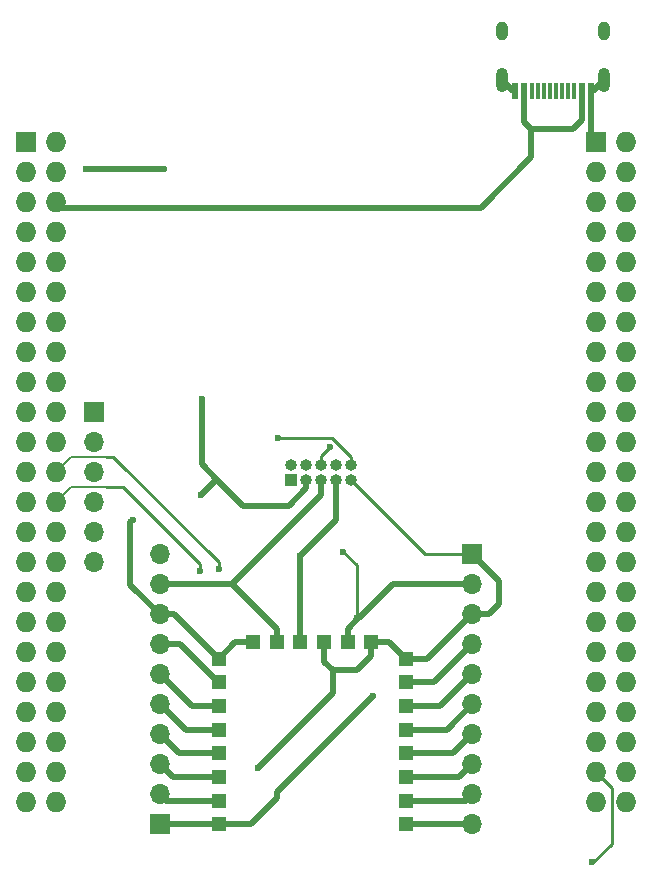
<source format=gbr>
%TF.GenerationSoftware,KiCad,Pcbnew,(5.1.7-0-10_14)*%
%TF.CreationDate,2020-11-18T23:57:46+08:00*%
%TF.ProjectId,bbb_zs3l,6262625f-7a73-4336-9c2e-6b696361645f,rev?*%
%TF.SameCoordinates,Original*%
%TF.FileFunction,Copper,L2,Bot*%
%TF.FilePolarity,Positive*%
%FSLAX46Y46*%
G04 Gerber Fmt 4.6, Leading zero omitted, Abs format (unit mm)*
G04 Created by KiCad (PCBNEW (5.1.7-0-10_14)) date 2020-11-18 23:57:46*
%MOMM*%
%LPD*%
G01*
G04 APERTURE LIST*
%TA.AperFunction,SMDPad,CuDef*%
%ADD10R,0.600000X1.450000*%
%TD*%
%TA.AperFunction,SMDPad,CuDef*%
%ADD11R,0.300000X1.450000*%
%TD*%
%TA.AperFunction,ComponentPad*%
%ADD12O,1.000000X2.100000*%
%TD*%
%TA.AperFunction,ComponentPad*%
%ADD13O,1.000000X1.600000*%
%TD*%
%TA.AperFunction,ComponentPad*%
%ADD14O,1.700000X1.700000*%
%TD*%
%TA.AperFunction,ComponentPad*%
%ADD15R,1.700000X1.700000*%
%TD*%
%TA.AperFunction,ComponentPad*%
%ADD16R,1.727200X1.727200*%
%TD*%
%TA.AperFunction,ComponentPad*%
%ADD17O,1.727200X1.727200*%
%TD*%
%TA.AperFunction,SMDPad,CuDef*%
%ADD18R,1.270000X1.199998*%
%TD*%
%TA.AperFunction,SMDPad,CuDef*%
%ADD19R,1.199998X1.270000*%
%TD*%
%TA.AperFunction,ComponentPad*%
%ADD20O,1.000000X1.000000*%
%TD*%
%TA.AperFunction,ComponentPad*%
%ADD21R,1.000000X1.000000*%
%TD*%
%TA.AperFunction,ViaPad*%
%ADD22C,0.600000*%
%TD*%
%TA.AperFunction,Conductor*%
%ADD23C,0.508000*%
%TD*%
%TA.AperFunction,Conductor*%
%ADD24C,0.254000*%
%TD*%
%TA.AperFunction,Conductor*%
%ADD25C,0.200000*%
%TD*%
G04 APERTURE END LIST*
D10*
%TO.P,J3,B1*%
%TO.N,GND*%
X164260100Y-58077400D03*
%TO.P,J3,A9*%
%TO.N,+5V*%
X163460100Y-58077400D03*
%TO.P,J3,B9*%
X158560100Y-58077400D03*
%TO.P,J3,B12*%
%TO.N,GND*%
X157760100Y-58077400D03*
%TO.P,J3,A1*%
X157760100Y-58077400D03*
%TO.P,J3,A4*%
%TO.N,+5V*%
X158560100Y-58077400D03*
%TO.P,J3,B4*%
X163460100Y-58077400D03*
%TO.P,J3,A12*%
%TO.N,GND*%
X164260100Y-58077400D03*
D11*
%TO.P,J3,B8*%
%TO.N,Net-(J3-PadB8)*%
X159260100Y-58077400D03*
%TO.P,J3,A5*%
%TO.N,Net-(J3-PadA5)*%
X159760100Y-58077400D03*
%TO.P,J3,B7*%
%TO.N,Net-(J3-PadB7)*%
X160260100Y-58077400D03*
%TO.P,J3,A7*%
%TO.N,Net-(J3-PadA7)*%
X161260100Y-58077400D03*
%TO.P,J3,B6*%
%TO.N,Net-(J3-PadB6)*%
X161760100Y-58077400D03*
%TO.P,J3,A8*%
%TO.N,Net-(J3-PadA8)*%
X162260100Y-58077400D03*
%TO.P,J3,B5*%
%TO.N,Net-(J3-PadB5)*%
X162760100Y-58077400D03*
%TO.P,J3,A6*%
%TO.N,Net-(J3-PadA6)*%
X160760100Y-58077400D03*
D12*
%TO.P,J3,S1*%
%TO.N,GND*%
X165330100Y-57162400D03*
X156690100Y-57162400D03*
D13*
X156690100Y-52982400D03*
X165330100Y-52982400D03*
%TD*%
D14*
%TO.P,J1,6*%
%TO.N,Net-(J1-Pad6)*%
X122137100Y-97942400D03*
%TO.P,J1,5*%
%TO.N,UART0_TX*%
X122137100Y-95402400D03*
%TO.P,J1,4*%
%TO.N,UART0_RX*%
X122137100Y-92862400D03*
%TO.P,J1,3*%
%TO.N,Net-(J1-Pad3)*%
X122137100Y-90322400D03*
%TO.P,J1,2*%
%TO.N,Net-(J1-Pad2)*%
X122137100Y-87782400D03*
D15*
%TO.P,J1,1*%
%TO.N,GND*%
X122137100Y-85242400D03*
%TD*%
D16*
%TO.P,P8,1*%
%TO.N,GND*%
X164630100Y-62382400D03*
D17*
%TO.P,P8,2*%
X167170100Y-62382400D03*
%TO.P,P8,3*%
%TO.N,MMC1_DAT6*%
X164630100Y-64922400D03*
%TO.P,P8,4*%
%TO.N,MMC1_DAT7*%
X167170100Y-64922400D03*
%TO.P,P8,5*%
%TO.N,MMC1_DAT2*%
X164630100Y-67462400D03*
%TO.P,P8,6*%
%TO.N,MMC1_DAT3*%
X167170100Y-67462400D03*
%TO.P,P8,7*%
%TO.N,GPIO_66*%
X164630100Y-70002400D03*
%TO.P,P8,8*%
%TO.N,GPIO_67*%
X167170100Y-70002400D03*
%TO.P,P8,9*%
%TO.N,GPIO_69*%
X164630100Y-72542400D03*
%TO.P,P8,10*%
%TO.N,GPIO_68*%
X167170100Y-72542400D03*
%TO.P,P8,11*%
%TO.N,GPIO_45*%
X164630100Y-75082400D03*
%TO.P,P8,12*%
%TO.N,GPIO_44*%
X167170100Y-75082400D03*
%TO.P,P8,13*%
%TO.N,EHRPWM2B*%
X164630100Y-77622400D03*
%TO.P,P8,14*%
%TO.N,GPIO_26*%
X167170100Y-77622400D03*
%TO.P,P8,15*%
%TO.N,GPIO_47*%
X164630100Y-80162400D03*
%TO.P,P8,16*%
%TO.N,GPIO_46*%
X167170100Y-80162400D03*
%TO.P,P8,17*%
%TO.N,GPIO_27*%
X164630100Y-82702400D03*
%TO.P,P8,18*%
%TO.N,GPIO_65*%
X167170100Y-82702400D03*
%TO.P,P8,19*%
%TO.N,EHRPWM2A*%
X164630100Y-85242400D03*
%TO.P,P8,20*%
%TO.N,MMC1_CMD*%
X167170100Y-85242400D03*
%TO.P,P8,21*%
%TO.N,MMC1_CLK*%
X164630100Y-87782400D03*
%TO.P,P8,22*%
%TO.N,MMC1_DAT5*%
X167170100Y-87782400D03*
%TO.P,P8,23*%
%TO.N,MMC1_DAT4*%
X164630100Y-90322400D03*
%TO.P,P8,24*%
%TO.N,MMC1_DAT1*%
X167170100Y-90322400D03*
%TO.P,P8,25*%
%TO.N,MMC1_DAT0*%
X164630100Y-92862400D03*
%TO.P,P8,26*%
%TO.N,GPIO_61*%
X167170100Y-92862400D03*
%TO.P,P8,27*%
%TO.N,LCD_VSYNC*%
X164630100Y-95402400D03*
%TO.P,P8,28*%
%TO.N,LCD_PCLK*%
X167170100Y-95402400D03*
%TO.P,P8,29*%
%TO.N,LCD_HSYNC*%
X164630100Y-97942400D03*
%TO.P,P8,30*%
%TO.N,LCD_AC_BIAS*%
X167170100Y-97942400D03*
%TO.P,P8,31*%
%TO.N,LCD_DATA14*%
X164630100Y-100482400D03*
%TO.P,P8,32*%
%TO.N,LCD_DATA15*%
X167170100Y-100482400D03*
%TO.P,P8,33*%
%TO.N,LCD_DATA13*%
X164630100Y-103022400D03*
%TO.P,P8,34*%
%TO.N,LCD_DATA11*%
X167170100Y-103022400D03*
%TO.P,P8,35*%
%TO.N,LCD_DATA12*%
X164630100Y-105562400D03*
%TO.P,P8,36*%
%TO.N,LCD_DATA10*%
X167170100Y-105562400D03*
%TO.P,P8,37*%
%TO.N,LCD_DATA8*%
X164630100Y-108102400D03*
%TO.P,P8,38*%
%TO.N,LCD_DATA9*%
X167170100Y-108102400D03*
%TO.P,P8,39*%
%TO.N,LCD_DATA6*%
X164630100Y-110642400D03*
%TO.P,P8,40*%
%TO.N,LCD_DATA7*%
X167170100Y-110642400D03*
%TO.P,P8,41*%
%TO.N,LCD_DATA4*%
X164630100Y-113182400D03*
%TO.P,P8,42*%
%TO.N,LCD_DATA5*%
X167170100Y-113182400D03*
%TO.P,P8,43*%
%TO.N,LCD_DATA2*%
X164630100Y-115722400D03*
%TO.P,P8,44*%
%TO.N,LCD_DATA3*%
X167170100Y-115722400D03*
%TO.P,P8,45*%
%TO.N,LCD_DATA0*%
X164630100Y-118262400D03*
%TO.P,P8,46*%
%TO.N,LCD_DATA1*%
X167170100Y-118262400D03*
%TD*%
D16*
%TO.P,P9,1*%
%TO.N,GND*%
X116370100Y-62382400D03*
D17*
%TO.P,P9,2*%
X118910100Y-62382400D03*
%TO.P,P9,3*%
%TO.N,+3V3*%
X116370100Y-64922400D03*
%TO.P,P9,4*%
X118910100Y-64922400D03*
%TO.P,P9,5*%
%TO.N,+5V*%
X116370100Y-67462400D03*
%TO.P,P9,6*%
X118910100Y-67462400D03*
%TO.P,P9,7*%
%TO.N,SYS_5V*%
X116370100Y-70002400D03*
%TO.P,P9,8*%
X118910100Y-70002400D03*
%TO.P,P9,9*%
%TO.N,PWR_BUT*%
X116370100Y-72542400D03*
%TO.P,P9,10*%
%TO.N,SYS_RESETN*%
X118910100Y-72542400D03*
%TO.P,P9,11*%
%TO.N,UART4_RXD*%
X116370100Y-75082400D03*
%TO.P,P9,12*%
%TO.N,GPIO_60*%
X118910100Y-75082400D03*
%TO.P,P9,13*%
%TO.N,UART4_TXD*%
X116370100Y-77622400D03*
%TO.P,P9,14*%
%TO.N,EHRPWM1A*%
X118910100Y-77622400D03*
%TO.P,P9,15*%
%TO.N,GPIO_48*%
X116370100Y-80162400D03*
%TO.P,P9,16*%
%TO.N,EHRPWM1B*%
X118910100Y-80162400D03*
%TO.P,P9,17*%
%TO.N,SPI0_CS0*%
X116370100Y-82702400D03*
%TO.P,P9,18*%
%TO.N,SPI0_D1*%
X118910100Y-82702400D03*
%TO.P,P9,19*%
%TO.N,I2C2_SCL*%
X116370100Y-85242400D03*
%TO.P,P9,20*%
%TO.N,I2C2_SDA*%
X118910100Y-85242400D03*
%TO.P,P9,21*%
%TO.N,SPI0_D0*%
X116370100Y-87782400D03*
%TO.P,P9,22*%
%TO.N,SPI0_SCLK*%
X118910100Y-87782400D03*
%TO.P,P9,23*%
%TO.N,GPIO_49*%
X116370100Y-90322400D03*
%TO.P,P9,24*%
%TO.N,UART1_TXD*%
X118910100Y-90322400D03*
%TO.P,P9,25*%
%TO.N,GPIO_117*%
X116370100Y-92862400D03*
%TO.P,P9,26*%
%TO.N,UART1_RXD*%
X118910100Y-92862400D03*
%TO.P,P9,27*%
%TO.N,GPIO_115*%
X116370100Y-95402400D03*
%TO.P,P9,28*%
%TO.N,SPI1_CS0*%
X118910100Y-95402400D03*
%TO.P,P9,29*%
%TO.N,SPI1_D0*%
X116370100Y-97942400D03*
%TO.P,P9,30*%
%TO.N,GPIO_112*%
X118910100Y-97942400D03*
%TO.P,P9,31*%
%TO.N,SPI1_SCLK*%
X116370100Y-100482400D03*
%TO.P,P9,32*%
%TO.N,VDD_ADC*%
X118910100Y-100482400D03*
%TO.P,P9,33*%
%TO.N,AIN4*%
X116370100Y-103022400D03*
%TO.P,P9,34*%
%TO.N,GNDA_ADC*%
X118910100Y-103022400D03*
%TO.P,P9,35*%
%TO.N,AIN6*%
X116370100Y-105562400D03*
%TO.P,P9,36*%
%TO.N,AIN5*%
X118910100Y-105562400D03*
%TO.P,P9,37*%
%TO.N,AIN2*%
X116370100Y-108102400D03*
%TO.P,P9,38*%
%TO.N,AIN3*%
X118910100Y-108102400D03*
%TO.P,P9,39*%
%TO.N,AIN0*%
X116370100Y-110642400D03*
%TO.P,P9,40*%
%TO.N,AIN1*%
X118910100Y-110642400D03*
%TO.P,P9,41*%
%TO.N,GPIO_20*%
X116370100Y-113182400D03*
%TO.P,P9,42*%
%TO.N,ECAPPWM0*%
X118910100Y-113182400D03*
%TO.P,P9,43*%
%TO.N,GND*%
X116370100Y-115722400D03*
%TO.P,P9,44*%
X118910100Y-115722400D03*
%TO.P,P9,45*%
X116370100Y-118262400D03*
%TO.P,P9,46*%
X118910100Y-118262400D03*
%TD*%
D14*
%TO.P,J4,10*%
%TO.N,DBG_SWCLK*%
X127710100Y-97282400D03*
%TO.P,J4,9*%
%TO.N,DBG_SWDIO*%
X127710100Y-99822400D03*
%TO.P,J4,8*%
%TO.N,+3V3*%
X127710100Y-102362400D03*
%TO.P,J4,7*%
%TO.N,/Sheet5FB5E9C3/PA04*%
X127710100Y-104902400D03*
%TO.P,J4,6*%
%TO.N,/Sheet5FB5E9C3/PA03*%
X127710100Y-107442400D03*
%TO.P,J4,5*%
%TO.N,/Sheet5FB5E9C3/PA00*%
X127710100Y-109982400D03*
%TO.P,J4,4*%
%TO.N,/Sheet5FB5E9C3/PC00*%
X127710100Y-112522400D03*
%TO.P,J4,3*%
%TO.N,Net-(J4-Pad3)*%
X127710100Y-115062400D03*
%TO.P,J4,2*%
%TO.N,/Sheet5FB5E9C3/ADC_PC01*%
X127710100Y-117602400D03*
D15*
%TO.P,J4,1*%
%TO.N,RESETn*%
X127710100Y-120142400D03*
%TD*%
D18*
%TO.P,U1,9*%
%TO.N,GND*%
X148530008Y-106172414D03*
%TO.P,U1,10*%
%TO.N,/Sheet5FB5E9C3/PD01*%
X148530008Y-108172410D03*
%TO.P,U1,11*%
%TO.N,/Sheet5FB5E9C3/PD00*%
X148530008Y-110172406D03*
%TO.P,U1,12*%
%TO.N,/Sheet5FB5E9C3/PC02*%
X148530008Y-112172402D03*
%TO.P,U1,13*%
%TO.N,/Sheet5FB5E9C3/PB00*%
X148530008Y-114172398D03*
%TO.P,U1,14*%
%TO.N,/Sheet5FB5E9C3/PB01*%
X148530008Y-116172394D03*
%TO.P,U1,15*%
%TO.N,UART1_TXD*%
X148530008Y-118172390D03*
%TO.P,U1,16*%
%TO.N,UART1_RXD*%
X148530008Y-120172386D03*
%TO.P,U1,8*%
%TO.N,+3V3*%
X132730192Y-106172414D03*
%TO.P,U1,7*%
%TO.N,/Sheet5FB5E9C3/PA04*%
X132730192Y-108172410D03*
%TO.P,U1,5*%
%TO.N,/Sheet5FB5E9C3/PA00*%
X132730192Y-112172402D03*
%TO.P,U1,6*%
%TO.N,/Sheet5FB5E9C3/PA03*%
X132730192Y-110172406D03*
%TO.P,U1,4*%
%TO.N,/Sheet5FB5E9C3/PC00*%
X132730192Y-114172398D03*
%TO.P,U1,3*%
%TO.N,Net-(J4-Pad3)*%
X132730192Y-116172394D03*
%TO.P,U1,2*%
%TO.N,/Sheet5FB5E9C3/ADC_PC01*%
X132730192Y-118172390D03*
%TO.P,U1,1*%
%TO.N,RESETn*%
X132730192Y-120172386D03*
D19*
%TO.P,U1,18*%
%TO.N,DBG_SWDIO*%
X137630106Y-104772366D03*
%TO.P,U1,17*%
%TO.N,+3V3*%
X135630110Y-104772366D03*
%TO.P,U1,19*%
%TO.N,DBG_SWCLK*%
X139630102Y-104772366D03*
%TO.P,U1,20*%
%TO.N,GND*%
X141630098Y-104772366D03*
%TO.P,U1,21*%
%TO.N,RESETn*%
X143630094Y-104772366D03*
%TO.P,U1,22*%
%TO.N,GND*%
X145630090Y-104772366D03*
%TD*%
D14*
%TO.P,J5,10*%
%TO.N,UART1_RXD*%
X154190100Y-120142400D03*
%TO.P,J5,9*%
%TO.N,UART1_TXD*%
X154190100Y-117602400D03*
%TO.P,J5,8*%
%TO.N,/Sheet5FB5E9C3/PB01*%
X154190100Y-115062400D03*
%TO.P,J5,7*%
%TO.N,/Sheet5FB5E9C3/PB00*%
X154190100Y-112522400D03*
%TO.P,J5,6*%
%TO.N,/Sheet5FB5E9C3/PC02*%
X154190100Y-109982400D03*
%TO.P,J5,5*%
%TO.N,/Sheet5FB5E9C3/PD00*%
X154190100Y-107442400D03*
%TO.P,J5,4*%
%TO.N,/Sheet5FB5E9C3/PD01*%
X154190100Y-104902400D03*
%TO.P,J5,3*%
%TO.N,GND*%
X154190100Y-102362400D03*
%TO.P,J5,2*%
%TO.N,RESETn*%
X154190100Y-99822400D03*
D15*
%TO.P,J5,1*%
%TO.N,GND*%
X154190100Y-97282400D03*
%TD*%
D20*
%TO.P,CON1,9*%
%TO.N,GND*%
X143920100Y-91037400D03*
%TO.P,CON1,10*%
%TO.N,UART0_TX*%
X143920100Y-89767400D03*
%TO.P,CON1,7*%
%TO.N,DBG_SWCLK*%
X142650100Y-91037400D03*
%TO.P,CON1,8*%
%TO.N,UART0_RX*%
X142650100Y-89767400D03*
%TO.P,CON1,5*%
%TO.N,DBG_SWDIO*%
X141380100Y-91037400D03*
%TO.P,CON1,6*%
%TO.N,GND*%
X141380100Y-89767400D03*
%TO.P,CON1,3*%
%TO.N,+3V3*%
X140110100Y-91037400D03*
%TO.P,CON1,4*%
%TO.N,DBG_SWO*%
X140110100Y-89767400D03*
%TO.P,CON1,2*%
%TO.N,RESETn*%
X138840100Y-89767400D03*
D21*
%TO.P,CON1,1*%
%TO.N,Net-(CON1-Pad1)*%
X138840100Y-91037400D03*
%TD*%
D22*
%TO.N,+3V3*%
X121460100Y-64742400D03*
X128040100Y-64742400D03*
X131270100Y-84132400D03*
X125420100Y-94382400D03*
X125420100Y-94382400D03*
X131200100Y-92322400D03*
%TO.N,UART0_TX*%
X137760100Y-87492400D03*
%TO.N,LCD_DATA2*%
X164300100Y-123402400D03*
%TO.N,UART1_TXD*%
X132700100Y-98562400D03*
%TO.N,UART1_RXD*%
X131140100Y-98712400D03*
%TO.N,GND*%
X136070100Y-115382400D03*
X142146744Y-88235756D03*
%TO.N,DBG_SWCLK*%
X139630102Y-97452398D03*
%TO.N,RESETn*%
X144400100Y-102682400D03*
X145810100Y-109282400D03*
X143270100Y-97112400D03*
%TD*%
D23*
%TO.N,+3V3*%
X128920178Y-102362400D02*
X127710100Y-102362400D01*
X132730192Y-106172414D02*
X128920178Y-102362400D01*
X134130240Y-104772366D02*
X132730192Y-106172414D01*
X135630110Y-104772366D02*
X134130240Y-104772366D01*
X121460100Y-64742400D02*
X128040100Y-64742400D01*
X131270100Y-84132400D02*
X131270100Y-89672400D01*
X140110100Y-91744506D02*
X140110100Y-91037400D01*
X138662206Y-93192400D02*
X140110100Y-91744506D01*
X134790100Y-93192400D02*
X138662206Y-93192400D01*
X127710100Y-102362400D02*
X125240100Y-99892400D01*
X125240100Y-94562400D02*
X125420100Y-94382400D01*
X125240100Y-99892400D02*
X125240100Y-94562400D01*
X131200100Y-92322400D02*
X132520100Y-91002400D01*
X132600100Y-91002400D02*
X134790100Y-93192400D01*
X132520100Y-91002400D02*
X132600100Y-91002400D01*
X131270100Y-89672400D02*
X132600100Y-91002400D01*
%TO.N,+5V*%
X159170100Y-61312400D02*
X159170100Y-61352400D01*
X163460100Y-58077400D02*
X163460100Y-60592400D01*
X162740100Y-61312400D02*
X159170100Y-61312400D01*
X163460100Y-60592400D02*
X162740100Y-61312400D01*
X159170100Y-61312400D02*
X158560100Y-60702400D01*
X158560100Y-60702400D02*
X158560100Y-58077400D01*
X159170100Y-61312400D02*
X159170100Y-63722400D01*
X119444101Y-67996401D02*
X118910100Y-67462400D01*
X154896099Y-67996401D02*
X119444101Y-67996401D01*
X159170100Y-63722400D02*
X154896099Y-67996401D01*
D24*
%TO.N,UART0_TX*%
X137760100Y-87492400D02*
X142290100Y-87492400D01*
X143920100Y-89122400D02*
X143920100Y-89767400D01*
X142290100Y-87492400D02*
X143920100Y-89122400D01*
%TO.N,LCD_DATA2*%
X165979499Y-117071799D02*
X165979499Y-121843001D01*
X164630100Y-115722400D02*
X165979499Y-117071799D01*
X164420100Y-123402400D02*
X164300100Y-123402400D01*
X165979499Y-121843001D02*
X164420100Y-123402400D01*
D25*
%TO.N,UART1_TXD*%
X123140100Y-89062400D02*
X120170100Y-89062400D01*
X120170100Y-89062400D02*
X118910100Y-90322400D01*
D23*
X153620110Y-118172390D02*
X154190100Y-117602400D01*
X148530008Y-118172390D02*
X153620110Y-118172390D01*
D24*
X132700100Y-98562400D02*
X132700100Y-97962400D01*
X123800100Y-89062400D02*
X123140100Y-89062400D01*
X132700100Y-97962400D02*
X123800100Y-89062400D01*
D25*
%TO.N,UART1_RXD*%
X123140100Y-91602400D02*
X120170100Y-91602400D01*
X120170100Y-91602400D02*
X118910100Y-92862400D01*
D23*
X154160114Y-120172386D02*
X154190100Y-120142400D01*
X148530008Y-120172386D02*
X154160114Y-120172386D01*
D24*
X131140100Y-98712400D02*
X131140100Y-98162400D01*
X124580100Y-91602400D02*
X123140100Y-91602400D01*
X131140100Y-98162400D02*
X124580100Y-91602400D01*
D23*
%TO.N,GND*%
X164260100Y-58077400D02*
X164260100Y-62012400D01*
X164260100Y-62012400D02*
X164630100Y-62382400D01*
X164260100Y-58077400D02*
X164415100Y-58077400D01*
X164415100Y-58077400D02*
X165330100Y-57162400D01*
X157760100Y-58077400D02*
X157605100Y-58077400D01*
X157605100Y-58077400D02*
X156690100Y-57162400D01*
X119054101Y-62238399D02*
X118910100Y-62382400D01*
X150380086Y-106172414D02*
X154190100Y-102362400D01*
X148530008Y-106172414D02*
X150380086Y-106172414D01*
X147129960Y-104772366D02*
X148530008Y-106172414D01*
X145630090Y-104772366D02*
X147129960Y-104772366D01*
X145630090Y-104772366D02*
X145630090Y-105922410D01*
X145630090Y-105922410D02*
X144410100Y-107142400D01*
X144410100Y-107142400D02*
X142350100Y-107142400D01*
X141630098Y-106422398D02*
X141630098Y-104772366D01*
X142350100Y-107142400D02*
X141630098Y-106422398D01*
X154190100Y-102362400D02*
X155610100Y-102362400D01*
X155610100Y-102362400D02*
X156460100Y-101512400D01*
X156460100Y-99552400D02*
X154190100Y-97282400D01*
X156460100Y-101512400D02*
X156460100Y-99552400D01*
X142350100Y-107142400D02*
X142350100Y-109102400D01*
X142350100Y-109102400D02*
X136070100Y-115382400D01*
D24*
X141380100Y-89002400D02*
X142146744Y-88235756D01*
X141380100Y-89767400D02*
X141380100Y-89002400D01*
X150165100Y-97282400D02*
X143920100Y-91037400D01*
X154190100Y-97282400D02*
X150165100Y-97282400D01*
D23*
%TO.N,DBG_SWCLK*%
X139630102Y-104772366D02*
X139630102Y-97452398D01*
X142650100Y-94432400D02*
X142650100Y-91037400D01*
X139630102Y-97452398D02*
X142650100Y-94432400D01*
%TO.N,DBG_SWDIO*%
X133823140Y-99822400D02*
X127710100Y-99822400D01*
X137630106Y-103629366D02*
X133823140Y-99822400D01*
X137630106Y-104772366D02*
X137630106Y-103629366D01*
X141380100Y-92265440D02*
X141380100Y-91037400D01*
X133823140Y-99822400D02*
X141380100Y-92265440D01*
%TO.N,RESETn*%
X127740086Y-120172386D02*
X127710100Y-120142400D01*
X132730192Y-120172386D02*
X127740086Y-120172386D01*
X147437060Y-99822400D02*
X154190100Y-99822400D01*
X143630094Y-104772366D02*
X143630094Y-103629366D01*
X144491620Y-102590880D02*
X144400100Y-102682400D01*
X144668580Y-102590880D02*
X144491620Y-102590880D01*
X144668580Y-102590880D02*
X147437060Y-99822400D01*
X144450100Y-102682400D02*
X144513580Y-102745880D01*
X144513580Y-102745880D02*
X144668580Y-102590880D01*
X144400100Y-102682400D02*
X144450100Y-102682400D01*
X143630094Y-103629366D02*
X144513580Y-102745880D01*
X145810100Y-109282400D02*
X137620100Y-117472400D01*
X137620100Y-117472400D02*
X137620100Y-117982400D01*
X135430114Y-120172386D02*
X132730192Y-120172386D01*
X137620100Y-117982400D02*
X135430114Y-120172386D01*
D24*
X144400100Y-98242400D02*
X144400100Y-102682400D01*
X143270100Y-97112400D02*
X144400100Y-98242400D01*
D23*
%TO.N,/Sheet5FB5E9C3/PA04*%
X129407977Y-104902400D02*
X127710100Y-104902400D01*
X132677987Y-108172410D02*
X129407977Y-104902400D01*
X132730192Y-108172410D02*
X132677987Y-108172410D01*
%TO.N,/Sheet5FB5E9C3/PA03*%
X130440106Y-110172406D02*
X127710100Y-107442400D01*
X132730192Y-110172406D02*
X130440106Y-110172406D01*
%TO.N,/Sheet5FB5E9C3/PA00*%
X129900102Y-112172402D02*
X127710100Y-109982400D01*
X132730192Y-112172402D02*
X129900102Y-112172402D01*
%TO.N,/Sheet5FB5E9C3/PC00*%
X129360098Y-114172398D02*
X127710100Y-112522400D01*
X132730192Y-114172398D02*
X129360098Y-114172398D01*
%TO.N,Net-(J4-Pad3)*%
X128820094Y-116172394D02*
X127710100Y-115062400D01*
X132730192Y-116172394D02*
X128820094Y-116172394D01*
%TO.N,/Sheet5FB5E9C3/ADC_PC01*%
X128280090Y-118172390D02*
X127710100Y-117602400D01*
X132730192Y-118172390D02*
X128280090Y-118172390D01*
%TO.N,/Sheet5FB5E9C3/PB01*%
X153080106Y-116172394D02*
X154190100Y-115062400D01*
X148530008Y-116172394D02*
X153080106Y-116172394D01*
%TO.N,/Sheet5FB5E9C3/PB00*%
X152540102Y-114172398D02*
X154190100Y-112522400D01*
X148530008Y-114172398D02*
X152540102Y-114172398D01*
%TO.N,/Sheet5FB5E9C3/PC02*%
X152000098Y-112172402D02*
X154190100Y-109982400D01*
X148530008Y-112172402D02*
X152000098Y-112172402D01*
%TO.N,/Sheet5FB5E9C3/PD00*%
X151460094Y-110172406D02*
X154190100Y-107442400D01*
X148530008Y-110172406D02*
X151460094Y-110172406D01*
%TO.N,/Sheet5FB5E9C3/PD01*%
X150920090Y-108172410D02*
X154190100Y-104902400D01*
X148530008Y-108172410D02*
X150920090Y-108172410D01*
%TD*%
M02*

</source>
